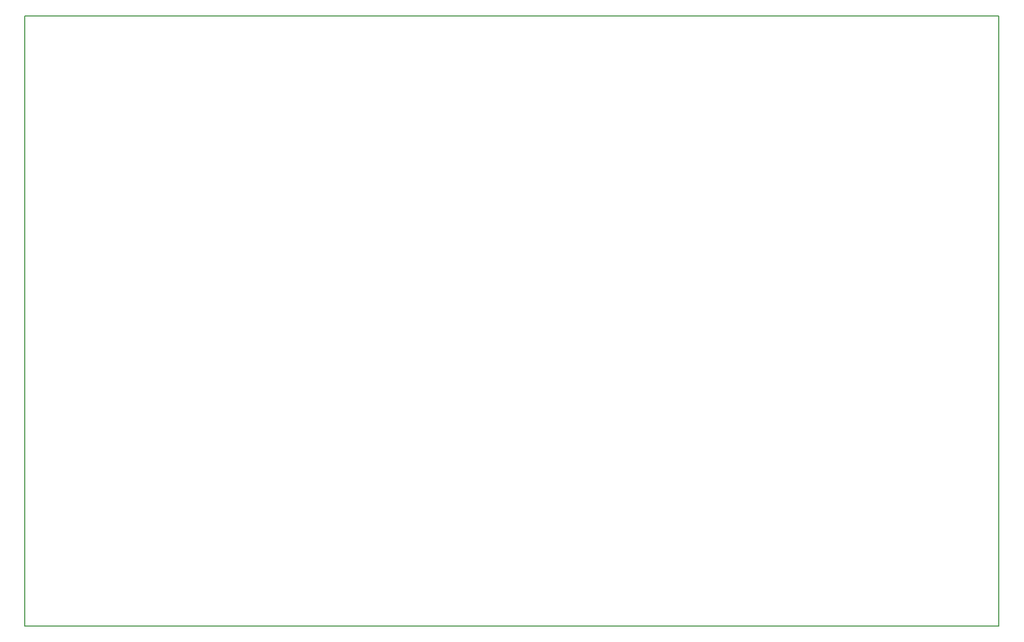
<source format=gm1>
%TF.GenerationSoftware,KiCad,Pcbnew,5.1.10-88a1d61d58~88~ubuntu18.04.1*%
%TF.CreationDate,2022-02-07T17:49:34+01:00*%
%TF.ProjectId,FPGA_buffer_board,46504741-5f62-4756-9666-65725f626f61,v1.4*%
%TF.SameCoordinates,Original*%
%TF.FileFunction,Profile,NP*%
%FSLAX46Y46*%
G04 Gerber Fmt 4.6, Leading zero omitted, Abs format (unit mm)*
G04 Created by KiCad (PCBNEW 5.1.10-88a1d61d58~88~ubuntu18.04.1) date 2022-02-07 17:49:34*
%MOMM*%
%LPD*%
G01*
G04 APERTURE LIST*
%TA.AperFunction,Profile*%
%ADD10C,0.200000*%
%TD*%
G04 APERTURE END LIST*
D10*
X248920000Y-149860000D02*
X88900000Y-149860000D01*
X248920000Y-49530000D02*
X248920000Y-149860000D01*
X88900000Y-49530000D02*
X248920000Y-49530000D01*
X88900000Y-149860000D02*
X88900000Y-49530000D01*
M02*

</source>
